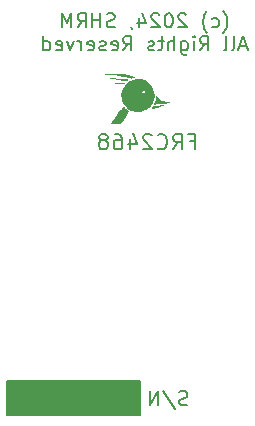
<source format=gbr>
%TF.GenerationSoftware,KiCad,Pcbnew,(6.0.8-1)-1*%
%TF.CreationDate,2024-02-06T23:44:39-06:00*%
%TF.ProjectId,openmv_can_shield,6f70656e-6d76-45f6-9361-6e5f73686965,rev?*%
%TF.SameCoordinates,Original*%
%TF.FileFunction,Legend,Bot*%
%TF.FilePolarity,Positive*%
%FSLAX46Y46*%
G04 Gerber Fmt 4.6, Leading zero omitted, Abs format (unit mm)*
G04 Created by KiCad (PCBNEW (6.0.8-1)-1) date 2024-02-06 23:44:39*
%MOMM*%
%LPD*%
G01*
G04 APERTURE LIST*
%ADD10C,0.150000*%
%ADD11C,0.180000*%
G04 APERTURE END LIST*
D10*
X143764000Y-116154200D02*
X132461000Y-116154200D01*
X132461000Y-116154200D02*
X132461000Y-113284000D01*
X132461000Y-113284000D02*
X143764000Y-113284000D01*
X143764000Y-113284000D02*
X143764000Y-116154200D01*
G36*
X143764000Y-116154200D02*
G01*
X132461000Y-116154200D01*
X132461000Y-113284000D01*
X143764000Y-113284000D01*
X143764000Y-116154200D01*
G37*
D11*
X147932563Y-92976966D02*
X148365897Y-92976966D01*
X148365897Y-93657919D02*
X148365897Y-92357919D01*
X147746849Y-92357919D01*
X146508754Y-93657919D02*
X146942087Y-93038871D01*
X147251611Y-93657919D02*
X147251611Y-92357919D01*
X146756373Y-92357919D01*
X146632563Y-92419824D01*
X146570659Y-92481728D01*
X146508754Y-92605538D01*
X146508754Y-92791252D01*
X146570659Y-92915062D01*
X146632563Y-92976966D01*
X146756373Y-93038871D01*
X147251611Y-93038871D01*
X145208754Y-93534109D02*
X145270659Y-93596014D01*
X145456373Y-93657919D01*
X145580182Y-93657919D01*
X145765897Y-93596014D01*
X145889706Y-93472204D01*
X145951611Y-93348395D01*
X146013516Y-93100776D01*
X146013516Y-92915062D01*
X145951611Y-92667443D01*
X145889706Y-92543633D01*
X145765897Y-92419824D01*
X145580182Y-92357919D01*
X145456373Y-92357919D01*
X145270659Y-92419824D01*
X145208754Y-92481728D01*
X144713516Y-92481728D02*
X144651611Y-92419824D01*
X144527801Y-92357919D01*
X144218278Y-92357919D01*
X144094468Y-92419824D01*
X144032563Y-92481728D01*
X143970659Y-92605538D01*
X143970659Y-92729347D01*
X144032563Y-92915062D01*
X144775421Y-93657919D01*
X143970659Y-93657919D01*
X142856373Y-92791252D02*
X142856373Y-93657919D01*
X143165897Y-92296014D02*
X143475421Y-93224585D01*
X142670659Y-93224585D01*
X141618278Y-92357919D02*
X141865897Y-92357919D01*
X141989706Y-92419824D01*
X142051611Y-92481728D01*
X142175421Y-92667443D01*
X142237325Y-92915062D01*
X142237325Y-93410300D01*
X142175421Y-93534109D01*
X142113516Y-93596014D01*
X141989706Y-93657919D01*
X141742087Y-93657919D01*
X141618278Y-93596014D01*
X141556373Y-93534109D01*
X141494468Y-93410300D01*
X141494468Y-93100776D01*
X141556373Y-92976966D01*
X141618278Y-92915062D01*
X141742087Y-92853157D01*
X141989706Y-92853157D01*
X142113516Y-92915062D01*
X142175421Y-92976966D01*
X142237325Y-93100776D01*
X140751611Y-92915062D02*
X140875421Y-92853157D01*
X140937325Y-92791252D01*
X140999230Y-92667443D01*
X140999230Y-92605538D01*
X140937325Y-92481728D01*
X140875421Y-92419824D01*
X140751611Y-92357919D01*
X140503992Y-92357919D01*
X140380182Y-92419824D01*
X140318278Y-92481728D01*
X140256373Y-92605538D01*
X140256373Y-92667443D01*
X140318278Y-92791252D01*
X140380182Y-92853157D01*
X140503992Y-92915062D01*
X140751611Y-92915062D01*
X140875421Y-92976966D01*
X140937325Y-93038871D01*
X140999230Y-93162681D01*
X140999230Y-93410300D01*
X140937325Y-93534109D01*
X140875421Y-93596014D01*
X140751611Y-93657919D01*
X140503992Y-93657919D01*
X140380182Y-93596014D01*
X140318278Y-93534109D01*
X140256373Y-93410300D01*
X140256373Y-93162681D01*
X140318278Y-93038871D01*
X140380182Y-92976966D01*
X140503992Y-92915062D01*
X150776742Y-83803200D02*
X150833885Y-83746057D01*
X150948171Y-83574628D01*
X151005314Y-83460342D01*
X151062457Y-83288914D01*
X151119600Y-83003200D01*
X151119600Y-82774628D01*
X151062457Y-82488914D01*
X151005314Y-82317485D01*
X150948171Y-82203200D01*
X150833885Y-82031771D01*
X150776742Y-81974628D01*
X149805314Y-83288914D02*
X149919600Y-83346057D01*
X150148171Y-83346057D01*
X150262457Y-83288914D01*
X150319600Y-83231771D01*
X150376742Y-83117485D01*
X150376742Y-82774628D01*
X150319600Y-82660342D01*
X150262457Y-82603200D01*
X150148171Y-82546057D01*
X149919600Y-82546057D01*
X149805314Y-82603200D01*
X149405314Y-83803200D02*
X149348171Y-83746057D01*
X149233885Y-83574628D01*
X149176742Y-83460342D01*
X149119600Y-83288914D01*
X149062457Y-83003200D01*
X149062457Y-82774628D01*
X149119600Y-82488914D01*
X149176742Y-82317485D01*
X149233885Y-82203200D01*
X149348171Y-82031771D01*
X149405314Y-81974628D01*
X147633885Y-82260342D02*
X147576742Y-82203200D01*
X147462457Y-82146057D01*
X147176742Y-82146057D01*
X147062457Y-82203200D01*
X147005314Y-82260342D01*
X146948171Y-82374628D01*
X146948171Y-82488914D01*
X147005314Y-82660342D01*
X147691028Y-83346057D01*
X146948171Y-83346057D01*
X146205314Y-82146057D02*
X146091028Y-82146057D01*
X145976742Y-82203200D01*
X145919600Y-82260342D01*
X145862457Y-82374628D01*
X145805314Y-82603200D01*
X145805314Y-82888914D01*
X145862457Y-83117485D01*
X145919600Y-83231771D01*
X145976742Y-83288914D01*
X146091028Y-83346057D01*
X146205314Y-83346057D01*
X146319600Y-83288914D01*
X146376742Y-83231771D01*
X146433885Y-83117485D01*
X146491028Y-82888914D01*
X146491028Y-82603200D01*
X146433885Y-82374628D01*
X146376742Y-82260342D01*
X146319600Y-82203200D01*
X146205314Y-82146057D01*
X145348171Y-82260342D02*
X145291028Y-82203200D01*
X145176742Y-82146057D01*
X144891028Y-82146057D01*
X144776742Y-82203200D01*
X144719600Y-82260342D01*
X144662457Y-82374628D01*
X144662457Y-82488914D01*
X144719600Y-82660342D01*
X145405314Y-83346057D01*
X144662457Y-83346057D01*
X143633885Y-82546057D02*
X143633885Y-83346057D01*
X143919600Y-82088914D02*
X144205314Y-82946057D01*
X143462457Y-82946057D01*
X142948171Y-83288914D02*
X142948171Y-83346057D01*
X143005314Y-83460342D01*
X143062457Y-83517485D01*
X141576742Y-83288914D02*
X141405314Y-83346057D01*
X141119600Y-83346057D01*
X141005314Y-83288914D01*
X140948171Y-83231771D01*
X140891028Y-83117485D01*
X140891028Y-83003200D01*
X140948171Y-82888914D01*
X141005314Y-82831771D01*
X141119600Y-82774628D01*
X141348171Y-82717485D01*
X141462457Y-82660342D01*
X141519600Y-82603200D01*
X141576742Y-82488914D01*
X141576742Y-82374628D01*
X141519600Y-82260342D01*
X141462457Y-82203200D01*
X141348171Y-82146057D01*
X141062457Y-82146057D01*
X140891028Y-82203200D01*
X140376742Y-83346057D02*
X140376742Y-82146057D01*
X140376742Y-82717485D02*
X139691028Y-82717485D01*
X139691028Y-83346057D02*
X139691028Y-82146057D01*
X138433885Y-83346057D02*
X138833885Y-82774628D01*
X139119600Y-83346057D02*
X139119600Y-82146057D01*
X138662457Y-82146057D01*
X138548171Y-82203200D01*
X138491028Y-82260342D01*
X138433885Y-82374628D01*
X138433885Y-82546057D01*
X138491028Y-82660342D01*
X138548171Y-82717485D01*
X138662457Y-82774628D01*
X139119600Y-82774628D01*
X137919600Y-83346057D02*
X137919600Y-82146057D01*
X137519600Y-83003200D01*
X137119600Y-82146057D01*
X137119600Y-83346057D01*
X152748171Y-84935200D02*
X152176742Y-84935200D01*
X152862457Y-85278057D02*
X152462457Y-84078057D01*
X152062457Y-85278057D01*
X151491028Y-85278057D02*
X151605314Y-85220914D01*
X151662457Y-85106628D01*
X151662457Y-84078057D01*
X150862457Y-85278057D02*
X150976742Y-85220914D01*
X151033885Y-85106628D01*
X151033885Y-84078057D01*
X148805314Y-85278057D02*
X149205314Y-84706628D01*
X149491028Y-85278057D02*
X149491028Y-84078057D01*
X149033885Y-84078057D01*
X148919600Y-84135200D01*
X148862457Y-84192342D01*
X148805314Y-84306628D01*
X148805314Y-84478057D01*
X148862457Y-84592342D01*
X148919600Y-84649485D01*
X149033885Y-84706628D01*
X149491028Y-84706628D01*
X148291028Y-85278057D02*
X148291028Y-84478057D01*
X148291028Y-84078057D02*
X148348171Y-84135200D01*
X148291028Y-84192342D01*
X148233885Y-84135200D01*
X148291028Y-84078057D01*
X148291028Y-84192342D01*
X147205314Y-84478057D02*
X147205314Y-85449485D01*
X147262457Y-85563771D01*
X147319600Y-85620914D01*
X147433885Y-85678057D01*
X147605314Y-85678057D01*
X147719600Y-85620914D01*
X147205314Y-85220914D02*
X147319600Y-85278057D01*
X147548171Y-85278057D01*
X147662457Y-85220914D01*
X147719600Y-85163771D01*
X147776742Y-85049485D01*
X147776742Y-84706628D01*
X147719600Y-84592342D01*
X147662457Y-84535200D01*
X147548171Y-84478057D01*
X147319600Y-84478057D01*
X147205314Y-84535200D01*
X146633885Y-85278057D02*
X146633885Y-84078057D01*
X146119600Y-85278057D02*
X146119600Y-84649485D01*
X146176742Y-84535200D01*
X146291028Y-84478057D01*
X146462457Y-84478057D01*
X146576742Y-84535200D01*
X146633885Y-84592342D01*
X145719600Y-84478057D02*
X145262457Y-84478057D01*
X145548171Y-84078057D02*
X145548171Y-85106628D01*
X145491028Y-85220914D01*
X145376742Y-85278057D01*
X145262457Y-85278057D01*
X144919600Y-85220914D02*
X144805314Y-85278057D01*
X144576742Y-85278057D01*
X144462457Y-85220914D01*
X144405314Y-85106628D01*
X144405314Y-85049485D01*
X144462457Y-84935200D01*
X144576742Y-84878057D01*
X144748171Y-84878057D01*
X144862457Y-84820914D01*
X144919600Y-84706628D01*
X144919600Y-84649485D01*
X144862457Y-84535200D01*
X144748171Y-84478057D01*
X144576742Y-84478057D01*
X144462457Y-84535200D01*
X142291028Y-85278057D02*
X142691028Y-84706628D01*
X142976742Y-85278057D02*
X142976742Y-84078057D01*
X142519600Y-84078057D01*
X142405314Y-84135200D01*
X142348171Y-84192342D01*
X142291028Y-84306628D01*
X142291028Y-84478057D01*
X142348171Y-84592342D01*
X142405314Y-84649485D01*
X142519600Y-84706628D01*
X142976742Y-84706628D01*
X141319600Y-85220914D02*
X141433885Y-85278057D01*
X141662457Y-85278057D01*
X141776742Y-85220914D01*
X141833885Y-85106628D01*
X141833885Y-84649485D01*
X141776742Y-84535200D01*
X141662457Y-84478057D01*
X141433885Y-84478057D01*
X141319600Y-84535200D01*
X141262457Y-84649485D01*
X141262457Y-84763771D01*
X141833885Y-84878057D01*
X140805314Y-85220914D02*
X140691028Y-85278057D01*
X140462457Y-85278057D01*
X140348171Y-85220914D01*
X140291028Y-85106628D01*
X140291028Y-85049485D01*
X140348171Y-84935200D01*
X140462457Y-84878057D01*
X140633885Y-84878057D01*
X140748171Y-84820914D01*
X140805314Y-84706628D01*
X140805314Y-84649485D01*
X140748171Y-84535200D01*
X140633885Y-84478057D01*
X140462457Y-84478057D01*
X140348171Y-84535200D01*
X139319600Y-85220914D02*
X139433885Y-85278057D01*
X139662457Y-85278057D01*
X139776742Y-85220914D01*
X139833885Y-85106628D01*
X139833885Y-84649485D01*
X139776742Y-84535200D01*
X139662457Y-84478057D01*
X139433885Y-84478057D01*
X139319600Y-84535200D01*
X139262457Y-84649485D01*
X139262457Y-84763771D01*
X139833885Y-84878057D01*
X138748171Y-85278057D02*
X138748171Y-84478057D01*
X138748171Y-84706628D02*
X138691028Y-84592342D01*
X138633885Y-84535200D01*
X138519600Y-84478057D01*
X138405314Y-84478057D01*
X138119600Y-84478057D02*
X137833885Y-85278057D01*
X137548171Y-84478057D01*
X136633885Y-85220914D02*
X136748171Y-85278057D01*
X136976742Y-85278057D01*
X137091028Y-85220914D01*
X137148171Y-85106628D01*
X137148171Y-84649485D01*
X137091028Y-84535200D01*
X136976742Y-84478057D01*
X136748171Y-84478057D01*
X136633885Y-84535200D01*
X136576742Y-84649485D01*
X136576742Y-84763771D01*
X137148171Y-84878057D01*
X135548171Y-85278057D02*
X135548171Y-84078057D01*
X135548171Y-85220914D02*
X135662457Y-85278057D01*
X135891028Y-85278057D01*
X136005314Y-85220914D01*
X136062457Y-85163771D01*
X136119600Y-85049485D01*
X136119600Y-84706628D01*
X136062457Y-84592342D01*
X136005314Y-84535200D01*
X135891028Y-84478057D01*
X135662457Y-84478057D01*
X135548171Y-84535200D01*
X147726200Y-115293714D02*
X147554771Y-115350857D01*
X147269057Y-115350857D01*
X147154771Y-115293714D01*
X147097628Y-115236571D01*
X147040485Y-115122285D01*
X147040485Y-115008000D01*
X147097628Y-114893714D01*
X147154771Y-114836571D01*
X147269057Y-114779428D01*
X147497628Y-114722285D01*
X147611914Y-114665142D01*
X147669057Y-114608000D01*
X147726200Y-114493714D01*
X147726200Y-114379428D01*
X147669057Y-114265142D01*
X147611914Y-114208000D01*
X147497628Y-114150857D01*
X147211914Y-114150857D01*
X147040485Y-114208000D01*
X145669057Y-114093714D02*
X146697628Y-115636571D01*
X145269057Y-115350857D02*
X145269057Y-114150857D01*
X144583342Y-115350857D01*
X144583342Y-114150857D01*
%TO.C,G\u002A\u002A\u002A*%
G36*
X141615196Y-87660659D02*
G01*
X141819886Y-87668818D01*
X142037504Y-87680777D01*
X142259476Y-87696257D01*
X142477229Y-87714975D01*
X142682187Y-87736652D01*
X142822016Y-87753130D01*
X142729753Y-87828564D01*
X142703188Y-87850323D01*
X142659002Y-87882475D01*
X142616247Y-87898241D01*
X142558962Y-87898898D01*
X142471189Y-87885725D01*
X142336965Y-87859997D01*
X142281443Y-87849380D01*
X142038527Y-87806305D01*
X141803025Y-87769580D01*
X141588562Y-87741057D01*
X141408762Y-87722585D01*
X141277248Y-87716016D01*
X141206575Y-87713396D01*
X141123906Y-87701881D01*
X141083681Y-87684306D01*
X141097184Y-87671648D01*
X141164427Y-87661796D01*
X141278892Y-87656868D01*
X141432007Y-87656582D01*
X141615196Y-87660659D01*
G37*
G36*
X145634792Y-89993911D02*
G01*
X145577977Y-90034672D01*
X145439399Y-90103921D01*
X145271212Y-90161972D01*
X145095042Y-90200546D01*
X145065971Y-90204574D01*
X144941971Y-90214929D01*
X144827385Y-90215226D01*
X144740031Y-90206030D01*
X144697726Y-90187909D01*
X144695419Y-90180423D01*
X144712645Y-90131834D01*
X144762800Y-90068995D01*
X144776789Y-90055302D01*
X144818354Y-90021684D01*
X144867728Y-89999075D01*
X144938802Y-89984154D01*
X145045470Y-89973600D01*
X145201626Y-89964090D01*
X145319253Y-89956764D01*
X145463376Y-89945252D01*
X145579512Y-89933119D01*
X145649974Y-89922025D01*
X145745105Y-89899176D01*
X145634792Y-89993911D01*
G37*
G36*
X142280167Y-88018502D02*
G01*
X142371730Y-88026183D01*
X142416066Y-88038938D01*
X142422881Y-88051226D01*
X142414243Y-88098601D01*
X142388104Y-88115854D01*
X142311789Y-88124218D01*
X142181168Y-88116791D01*
X142083237Y-88108972D01*
X141923275Y-88100251D01*
X141782895Y-88096766D01*
X141735565Y-88096371D01*
X141654222Y-88091519D01*
X141623398Y-88079183D01*
X141633900Y-88056903D01*
X141672474Y-88043358D01*
X141760800Y-88031173D01*
X141881691Y-88022228D01*
X142019188Y-88016891D01*
X142157333Y-88015526D01*
X142280167Y-88018502D01*
G37*
G36*
X144968201Y-89093755D02*
G01*
X144965059Y-89201211D01*
X144918892Y-89501345D01*
X144819093Y-89768721D01*
X144667572Y-90000844D01*
X144466237Y-90195223D01*
X144216997Y-90349364D01*
X143921759Y-90460774D01*
X143889648Y-90469340D01*
X143616614Y-90507747D01*
X143344162Y-90489461D01*
X143080663Y-90419320D01*
X142834485Y-90302161D01*
X142613997Y-90142820D01*
X142427570Y-89946136D01*
X142283573Y-89716946D01*
X142190374Y-89460086D01*
X142174619Y-89387992D01*
X142145550Y-89084288D01*
X142176455Y-88806398D01*
X143929427Y-88806398D01*
X143951263Y-88870787D01*
X143982998Y-88898136D01*
X144048600Y-88921010D01*
X144085675Y-88912855D01*
X144145937Y-88870787D01*
X144157580Y-88853617D01*
X144164477Y-88789180D01*
X144124207Y-88736622D01*
X144048600Y-88714893D01*
X144025118Y-88716685D01*
X143957989Y-88748716D01*
X143929427Y-88806398D01*
X142176455Y-88806398D01*
X142178006Y-88792449D01*
X142270761Y-88516449D01*
X142422589Y-88260262D01*
X142632263Y-88027862D01*
X142641587Y-88019386D01*
X142853633Y-87869481D01*
X143099556Y-87763847D01*
X143366750Y-87704199D01*
X143642609Y-87692255D01*
X143914527Y-87729734D01*
X144169896Y-87818353D01*
X144296608Y-87886463D01*
X144525826Y-88060587D01*
X144712302Y-88275901D01*
X144851329Y-88524882D01*
X144934779Y-88789180D01*
X144938198Y-88800007D01*
X144968201Y-89093755D01*
G37*
G36*
X142196126Y-87261966D02*
G01*
X142463418Y-87299090D01*
X142619583Y-87332178D01*
X142801080Y-87377787D01*
X142963476Y-87425991D01*
X143100731Y-87474140D01*
X143206805Y-87519586D01*
X143275657Y-87559680D01*
X143301246Y-87591775D01*
X143277533Y-87613221D01*
X143198477Y-87621371D01*
X143132939Y-87628849D01*
X143065579Y-87652748D01*
X143036742Y-87665873D01*
X142975430Y-87667983D01*
X142928186Y-87653865D01*
X142848588Y-87635148D01*
X142805426Y-87625792D01*
X142703877Y-87602211D01*
X142589924Y-87574473D01*
X142303060Y-87511107D01*
X141987045Y-87456051D01*
X141664337Y-87412653D01*
X141351708Y-87382839D01*
X141065930Y-87368535D01*
X140823773Y-87371666D01*
X140807089Y-87372603D01*
X140702003Y-87376748D01*
X140631029Y-87376472D01*
X140608744Y-87371770D01*
X140633392Y-87363920D01*
X140709683Y-87347321D01*
X140824261Y-87325476D01*
X140963783Y-87301042D01*
X141243067Y-87265070D01*
X141564787Y-87244984D01*
X141889528Y-87243940D01*
X142196126Y-87261966D01*
G37*
G36*
X142358217Y-90052202D02*
G01*
X142419098Y-90118475D01*
X142459662Y-90162954D01*
X142565821Y-90259607D01*
X142670404Y-90334504D01*
X142733823Y-90375067D01*
X142784496Y-90424712D01*
X142788670Y-90468874D01*
X142776370Y-90497753D01*
X142750789Y-90538239D01*
X142736492Y-90553602D01*
X142694633Y-90608500D01*
X142646356Y-90678356D01*
X142606506Y-90741289D01*
X142589924Y-90775413D01*
X142584280Y-90790367D01*
X142552736Y-90847151D01*
X142502720Y-90927321D01*
X142472616Y-90974181D01*
X142425243Y-91050489D01*
X142399662Y-91095381D01*
X142397956Y-91098685D01*
X142367683Y-91145783D01*
X142311860Y-91226120D01*
X142241110Y-91324357D01*
X142098413Y-91519411D01*
X141678251Y-91520336D01*
X141641003Y-91520308D01*
X141490968Y-91517812D01*
X141369364Y-91512002D01*
X141287851Y-91503627D01*
X141258088Y-91493432D01*
X141265791Y-91471904D01*
X141305654Y-91426129D01*
X141330960Y-91398794D01*
X141353220Y-91345613D01*
X141355131Y-91330399D01*
X141382588Y-91294002D01*
X141399276Y-91277317D01*
X141447440Y-91215077D01*
X141519209Y-91115387D01*
X141608171Y-90987206D01*
X141707915Y-90839487D01*
X141756804Y-90766387D01*
X141883661Y-90579998D01*
X141988133Y-90433073D01*
X142078400Y-90314742D01*
X142162642Y-90214136D01*
X142249037Y-90120383D01*
X142284346Y-90074720D01*
X142305151Y-90022945D01*
X142316833Y-90019272D01*
X142358217Y-90052202D01*
G37*
G36*
X145125808Y-89143951D02*
G01*
X145159168Y-89175454D01*
X145206029Y-89238114D01*
X145214069Y-89249744D01*
X145265517Y-89308979D01*
X145305695Y-89333154D01*
X145321479Y-89336677D01*
X145357993Y-89375078D01*
X145396434Y-89419430D01*
X145486395Y-89474777D01*
X145611578Y-89530944D01*
X145757373Y-89583274D01*
X145909173Y-89627107D01*
X146052369Y-89657783D01*
X146172354Y-89670644D01*
X146254520Y-89661029D01*
X146276825Y-89656035D01*
X146300036Y-89671162D01*
X146280317Y-89690208D01*
X146205685Y-89719521D01*
X146083360Y-89753043D01*
X145921746Y-89788526D01*
X145729250Y-89823725D01*
X145705852Y-89827447D01*
X145548732Y-89846481D01*
X145368915Y-89860929D01*
X145200855Y-89867910D01*
X144910289Y-89872321D01*
X144943387Y-89769262D01*
X144978347Y-89669060D01*
X145019908Y-89562069D01*
X145020452Y-89560758D01*
X145050884Y-89462438D01*
X145063765Y-89371807D01*
X145065191Y-89333533D01*
X145077670Y-89241638D01*
X145098578Y-89171158D01*
X145122523Y-89143074D01*
X145125808Y-89143951D01*
G37*
G36*
X140005529Y-91478082D02*
G01*
X140028299Y-91488350D01*
X140053095Y-91508797D01*
X140047837Y-91514475D01*
X140005529Y-91521260D01*
X139983663Y-91517800D01*
X139957964Y-91490545D01*
X139964697Y-91477423D01*
X140005529Y-91478082D01*
G37*
%TD*%
M02*

</source>
